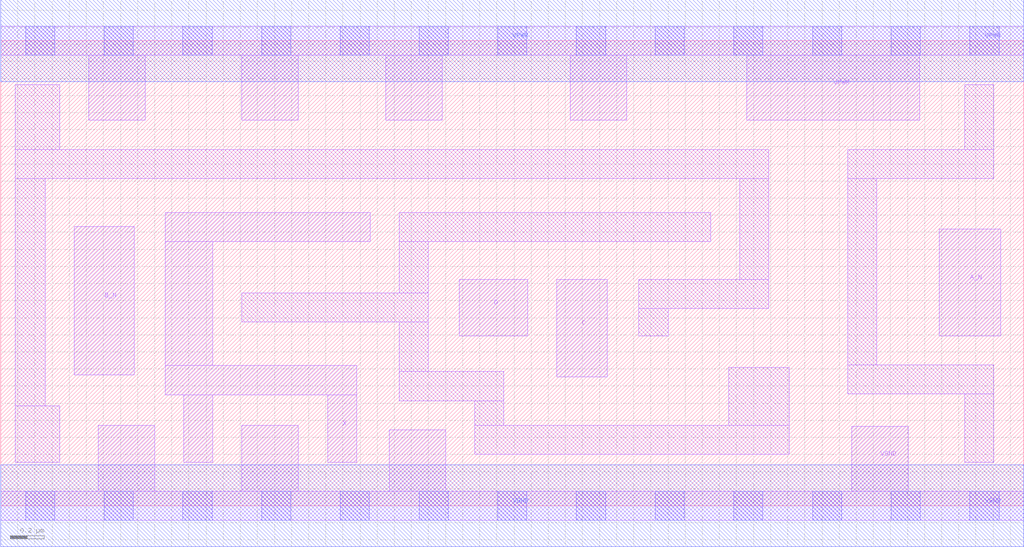
<source format=lef>
# Copyright 2020 The SkyWater PDK Authors
#
# Licensed under the Apache License, Version 2.0 (the "License");
# you may not use this file except in compliance with the License.
# You may obtain a copy of the License at
#
#     https://www.apache.org/licenses/LICENSE-2.0
#
# Unless required by applicable law or agreed to in writing, software
# distributed under the License is distributed on an "AS IS" BASIS,
# WITHOUT WARRANTIES OR CONDITIONS OF ANY KIND, either express or implied.
# See the License for the specific language governing permissions and
# limitations under the License.
#
# SPDX-License-Identifier: Apache-2.0

VERSION 5.7 ;
  NAMESCASESENSITIVE ON ;
  NOWIREEXTENSIONATPIN ON ;
  DIVIDERCHAR "/" ;
  BUSBITCHARS "[]" ;
UNITS
  DATABASE MICRONS 200 ;
END UNITS
MACRO sky130_fd_sc_hd__and4bb_4
  CLASS CORE ;
  SOURCE USER ;
  FOREIGN sky130_fd_sc_hd__and4bb_4 ;
  ORIGIN  0.000000  0.000000 ;
  SIZE  5.980000 BY  2.720000 ;
  SYMMETRY X Y R90 ;
  SITE unithd ;
  PIN A_N
    ANTENNAGATEAREA  0.126000 ;
    DIRECTION INPUT ;
    USE SIGNAL ;
    PORT
      LAYER li1 ;
        RECT 5.485000 0.995000 5.845000 1.620000 ;
    END
  END A_N
  PIN B_N
    ANTENNAGATEAREA  0.126000 ;
    DIRECTION INPUT ;
    USE SIGNAL ;
    PORT
      LAYER li1 ;
        RECT 0.430000 0.765000 0.780000 1.635000 ;
    END
  END B_N
  PIN C
    ANTENNAGATEAREA  0.247500 ;
    DIRECTION INPUT ;
    USE SIGNAL ;
    PORT
      LAYER li1 ;
        RECT 3.250000 0.755000 3.545000 1.325000 ;
    END
  END C
  PIN D
    ANTENNAGATEAREA  0.247500 ;
    DIRECTION INPUT ;
    USE SIGNAL ;
    PORT
      LAYER li1 ;
        RECT 2.680000 0.995000 3.080000 1.325000 ;
    END
  END D
  PIN X
    ANTENNADIFFAREA  0.891000 ;
    DIRECTION OUTPUT ;
    USE SIGNAL ;
    PORT
      LAYER li1 ;
        RECT 0.960000 0.650000 2.080000 0.820000 ;
        RECT 0.960000 0.820000 1.240000 1.545000 ;
        RECT 0.960000 1.545000 2.160000 1.715000 ;
        RECT 1.070000 0.255000 1.240000 0.650000 ;
        RECT 1.910000 0.255000 2.080000 0.650000 ;
    END
  END X
  PIN VGND
    DIRECTION INOUT ;
    SHAPE ABUTMENT ;
    USE GROUND ;
    PORT
      LAYER li1 ;
        RECT 0.000000 -0.085000 5.980000 0.085000 ;
        RECT 0.570000  0.085000 0.900000 0.470000 ;
        RECT 1.410000  0.085000 1.740000 0.470000 ;
        RECT 2.270000  0.085000 2.600000 0.445000 ;
        RECT 4.975000  0.085000 5.305000 0.465000 ;
      LAYER mcon ;
        RECT 0.145000 -0.085000 0.315000 0.085000 ;
        RECT 0.605000 -0.085000 0.775000 0.085000 ;
        RECT 1.065000 -0.085000 1.235000 0.085000 ;
        RECT 1.525000 -0.085000 1.695000 0.085000 ;
        RECT 1.985000 -0.085000 2.155000 0.085000 ;
        RECT 2.445000 -0.085000 2.615000 0.085000 ;
        RECT 2.905000 -0.085000 3.075000 0.085000 ;
        RECT 3.365000 -0.085000 3.535000 0.085000 ;
        RECT 3.825000 -0.085000 3.995000 0.085000 ;
        RECT 4.285000 -0.085000 4.455000 0.085000 ;
        RECT 4.745000 -0.085000 4.915000 0.085000 ;
        RECT 5.205000 -0.085000 5.375000 0.085000 ;
        RECT 5.665000 -0.085000 5.835000 0.085000 ;
      LAYER met1 ;
        RECT 0.000000 -0.240000 5.980000 0.240000 ;
    END
  END VGND
  PIN VPWR
    DIRECTION INOUT ;
    SHAPE ABUTMENT ;
    USE POWER ;
    PORT
      LAYER li1 ;
        RECT 0.000000 2.635000 5.980000 2.805000 ;
        RECT 0.515000 2.255000 0.845000 2.635000 ;
        RECT 1.410000 2.255000 1.740000 2.635000 ;
        RECT 2.250000 2.255000 2.580000 2.635000 ;
        RECT 3.330000 2.255000 3.660000 2.635000 ;
        RECT 4.360000 2.255000 5.370000 2.635000 ;
      LAYER mcon ;
        RECT 0.145000 2.635000 0.315000 2.805000 ;
        RECT 0.605000 2.635000 0.775000 2.805000 ;
        RECT 1.065000 2.635000 1.235000 2.805000 ;
        RECT 1.525000 2.635000 1.695000 2.805000 ;
        RECT 1.985000 2.635000 2.155000 2.805000 ;
        RECT 2.445000 2.635000 2.615000 2.805000 ;
        RECT 2.905000 2.635000 3.075000 2.805000 ;
        RECT 3.365000 2.635000 3.535000 2.805000 ;
        RECT 3.825000 2.635000 3.995000 2.805000 ;
        RECT 4.285000 2.635000 4.455000 2.805000 ;
        RECT 4.745000 2.635000 4.915000 2.805000 ;
        RECT 5.205000 2.635000 5.375000 2.805000 ;
        RECT 5.665000 2.635000 5.835000 2.805000 ;
      LAYER met1 ;
        RECT 0.000000 2.480000 5.980000 2.960000 ;
    END
  END VPWR
  OBS
    LAYER li1 ;
      RECT 0.085000 0.255000 0.345000 0.585000 ;
      RECT 0.085000 0.585000 0.260000 1.915000 ;
      RECT 0.085000 1.915000 4.490000 2.085000 ;
      RECT 0.085000 2.085000 0.345000 2.465000 ;
      RECT 1.410000 1.075000 2.500000 1.245000 ;
      RECT 2.330000 0.615000 2.940000 0.785000 ;
      RECT 2.330000 0.785000 2.500000 1.075000 ;
      RECT 2.330000 1.245000 2.500000 1.545000 ;
      RECT 2.330000 1.545000 4.150000 1.715000 ;
      RECT 2.770000 0.300000 4.610000 0.470000 ;
      RECT 2.770000 0.470000 2.940000 0.615000 ;
      RECT 3.730000 0.995000 3.900000 1.155000 ;
      RECT 3.730000 1.155000 4.490000 1.325000 ;
      RECT 4.255000 0.470000 4.610000 0.810000 ;
      RECT 4.320000 1.325000 4.490000 1.915000 ;
      RECT 4.950000 0.655000 5.805000 0.825000 ;
      RECT 4.950000 0.825000 5.120000 1.915000 ;
      RECT 4.950000 1.915000 5.805000 2.085000 ;
      RECT 5.635000 0.255000 5.805000 0.655000 ;
      RECT 5.635000 2.085000 5.805000 2.465000 ;
  END
END sky130_fd_sc_hd__and4bb_4

</source>
